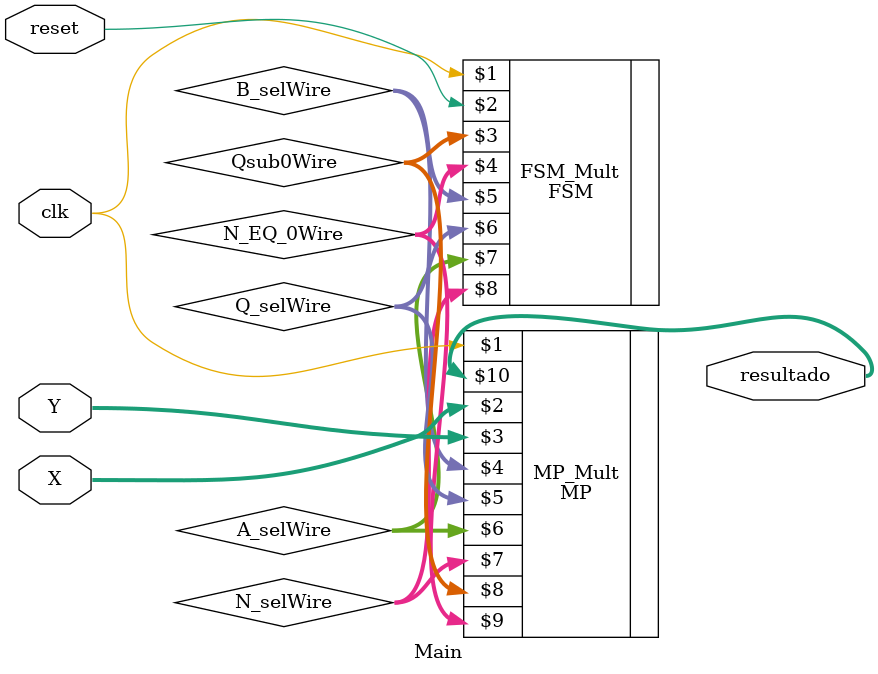
<source format=v>
module Main(
    input clk,
	 input reset,
	 input [63:0]X,
	 input [31:0]Y,
	 output [63:0]resultado
	 );
	 
 wire [1:0]B_selWire;
 wire [1:0]Q_selWire;
 wire [1:0]A_selWire;
 wire [1:0]N_selWire;
 wire [31:0]Qsub0Wire;
 wire [31:0] N_EQ_0Wire;
 
 FSM FSM_Mult(clk,reset,Qsub0Wire,N_EQ_0Wire,B_selWire,Q_selWire,A_selWire,N_selWire);
 MP MP_Mult(clk,X,Y,B_selWire,Q_selWire,A_selWire,N_selWire,Qsub0Wire,N_EQ_0Wire,resultado);

endmodule

</source>
